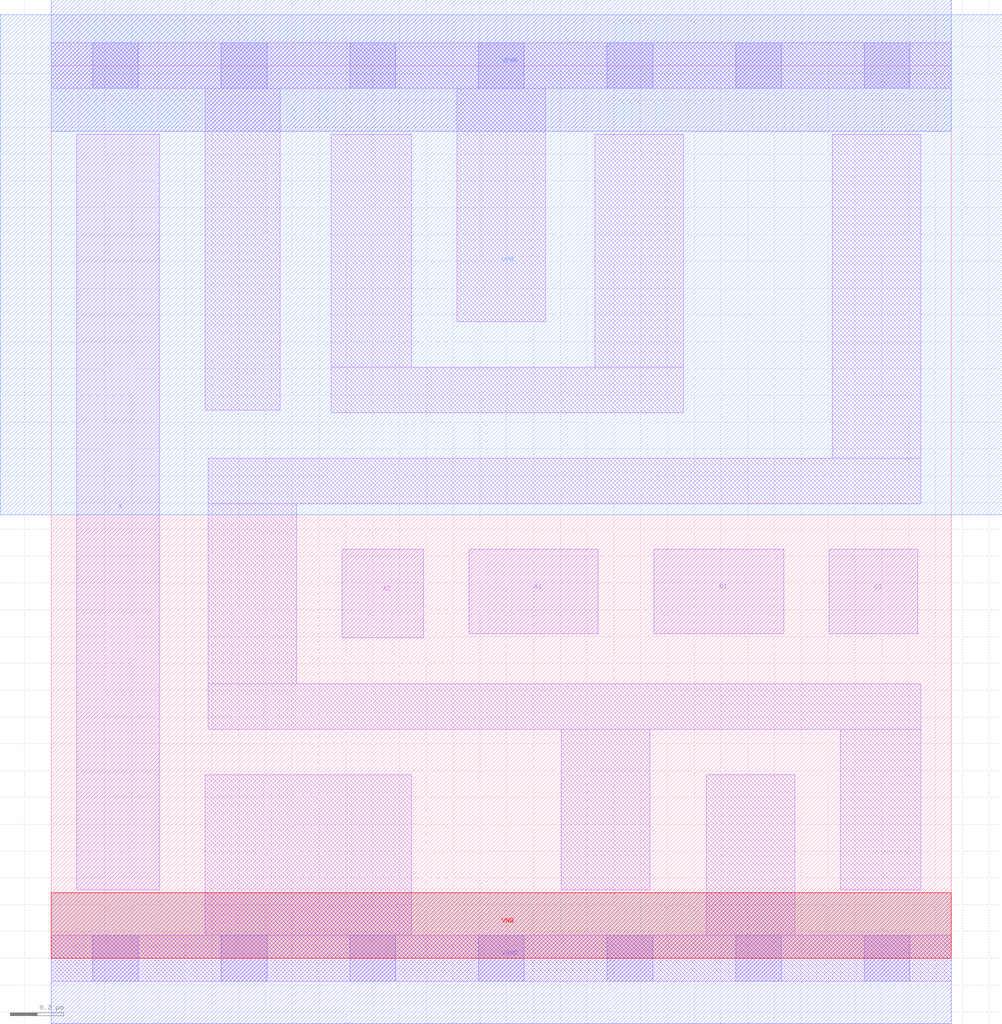
<source format=lef>
# Copyright 2020 The SkyWater PDK Authors
#
# Licensed under the Apache License, Version 2.0 (the "License");
# you may not use this file except in compliance with the License.
# You may obtain a copy of the License at
#
#     https://www.apache.org/licenses/LICENSE-2.0
#
# Unless required by applicable law or agreed to in writing, software
# distributed under the License is distributed on an "AS IS" BASIS,
# WITHOUT WARRANTIES OR CONDITIONS OF ANY KIND, either express or implied.
# See the License for the specific language governing permissions and
# limitations under the License.
#
# SPDX-License-Identifier: Apache-2.0

VERSION 5.7 ;
  NOWIREEXTENSIONATPIN ON ;
  DIVIDERCHAR "/" ;
  BUSBITCHARS "[]" ;
MACRO sky130_fd_sc_lp__a211o_1
  CLASS CORE ;
  FOREIGN sky130_fd_sc_lp__a211o_1 ;
  ORIGIN  0.000000  0.000000 ;
  SIZE  3.360000 BY  3.330000 ;
  SYMMETRY X Y R90 ;
  SITE unit ;
  PIN A1
    ANTENNAGATEAREA  0.315000 ;
    DIRECTION INPUT ;
    USE SIGNAL ;
    PORT
      LAYER li1 ;
        RECT 1.560000 1.210000 2.040000 1.525000 ;
    END
  END A1
  PIN A2
    ANTENNAGATEAREA  0.315000 ;
    DIRECTION INPUT ;
    USE SIGNAL ;
    PORT
      LAYER li1 ;
        RECT 1.085000 1.195000 1.390000 1.525000 ;
    END
  END A2
  PIN B1
    ANTENNAGATEAREA  0.315000 ;
    DIRECTION INPUT ;
    USE SIGNAL ;
    PORT
      LAYER li1 ;
        RECT 2.250000 1.210000 2.735000 1.525000 ;
    END
  END B1
  PIN C1
    ANTENNAGATEAREA  0.315000 ;
    DIRECTION INPUT ;
    USE SIGNAL ;
    PORT
      LAYER li1 ;
        RECT 2.905000 1.210000 3.235000 1.525000 ;
    END
  END C1
  PIN X
    ANTENNADIFFAREA  0.556500 ;
    DIRECTION OUTPUT ;
    USE SIGNAL ;
    PORT
      LAYER li1 ;
        RECT 0.095000 0.255000 0.405000 3.075000 ;
    END
  END X
  PIN VGND
    DIRECTION INOUT ;
    USE GROUND ;
    PORT
      LAYER met1 ;
        RECT 0.000000 -0.245000 3.360000 0.245000 ;
    END
  END VGND
  PIN VNB
    DIRECTION INOUT ;
    USE GROUND ;
    PORT
      LAYER pwell ;
        RECT 0.000000 0.000000 3.360000 0.245000 ;
    END
  END VNB
  PIN VPB
    DIRECTION INOUT ;
    USE POWER ;
    PORT
      LAYER nwell ;
        RECT -0.190000 1.655000 3.550000 3.520000 ;
    END
  END VPB
  PIN VPWR
    DIRECTION INOUT ;
    USE POWER ;
    PORT
      LAYER met1 ;
        RECT 0.000000 3.085000 3.360000 3.575000 ;
    END
  END VPWR
  OBS
    LAYER li1 ;
      RECT 0.000000 -0.085000 3.360000 0.085000 ;
      RECT 0.000000  3.245000 3.360000 3.415000 ;
      RECT 0.575000  0.085000 1.345000 0.685000 ;
      RECT 0.575000  2.045000 0.855000 3.245000 ;
      RECT 0.585000  0.855000 3.245000 1.025000 ;
      RECT 0.585000  1.025000 0.915000 1.695000 ;
      RECT 0.585000  1.695000 3.245000 1.865000 ;
      RECT 1.045000  2.035000 2.360000 2.205000 ;
      RECT 1.045000  2.205000 1.345000 3.075000 ;
      RECT 1.515000  2.375000 1.845000 3.245000 ;
      RECT 1.905000  0.255000 2.235000 0.855000 ;
      RECT 2.030000  2.205000 2.360000 3.075000 ;
      RECT 2.445000  0.085000 2.775000 0.685000 ;
      RECT 2.915000  1.865000 3.245000 3.075000 ;
      RECT 2.945000  0.255000 3.245000 0.855000 ;
    LAYER mcon ;
      RECT 0.155000 -0.085000 0.325000 0.085000 ;
      RECT 0.155000  3.245000 0.325000 3.415000 ;
      RECT 0.635000 -0.085000 0.805000 0.085000 ;
      RECT 0.635000  3.245000 0.805000 3.415000 ;
      RECT 1.115000 -0.085000 1.285000 0.085000 ;
      RECT 1.115000  3.245000 1.285000 3.415000 ;
      RECT 1.595000 -0.085000 1.765000 0.085000 ;
      RECT 1.595000  3.245000 1.765000 3.415000 ;
      RECT 2.075000 -0.085000 2.245000 0.085000 ;
      RECT 2.075000  3.245000 2.245000 3.415000 ;
      RECT 2.555000 -0.085000 2.725000 0.085000 ;
      RECT 2.555000  3.245000 2.725000 3.415000 ;
      RECT 3.035000 -0.085000 3.205000 0.085000 ;
      RECT 3.035000  3.245000 3.205000 3.415000 ;
  END
END sky130_fd_sc_lp__a211o_1
END LIBRARY

</source>
